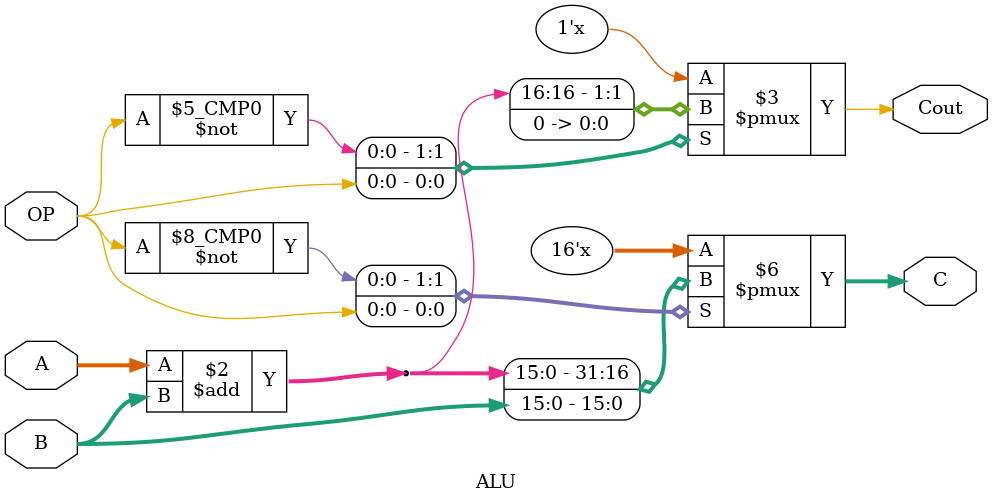
<source format=v>

`define	OP_ADD	0
`define	OP_ID	1

module ALU(
    input [15:0] A,
    input [15:0] B,
    input OP,
    output reg [15:0] C,
    output reg Cout
    );
    always @(*) begin
         case(OP)
            `OP_ADD: begin
                {Cout, C} = A + B; // allocate MSB to Cout to allocate 1 to Cout when overflow
            end
            `OP_ID: begin
                C = B;
                Cout = 0;
            end
        endcase 
    end
endmodule


</source>
